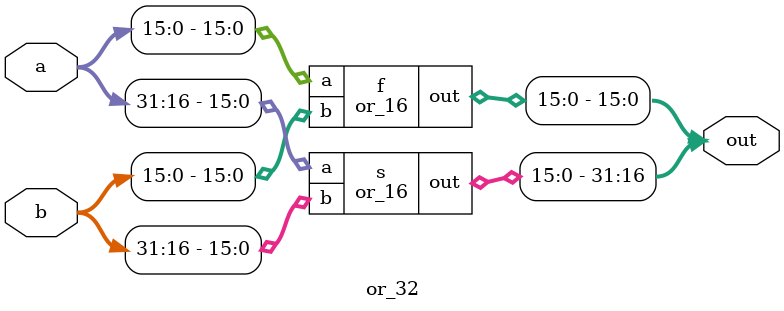
<source format=v>
module or_2(out, a, b);
input [1:0] a, b;
output [1:0] out;

or f(out[0], a[0], b[0]),
    s(out[1], a[1], b[1]);
endmodule

module or_4(out, a, b);
input [3:0] a, b;
output [3:0] out;

or_2 f(out[1:0], a[1:0], b[1:0]),
          s(out[3:2], a[3:2], b[3:2]);
endmodule

module or_8(out, a, b);
input [7:0] a, b;
output [7:0] out;

or_4 f(out[3:0], a[3:0], b[3:0]),
          s(out[7:4], a[7:4], b[7:4]);
endmodule

module or_16(out, a, b);
input [15:0] a, b;
output [15:0] out;

or_8 f(out[7:0], a[7:0], b[7:0]),
          s(out[15:8], a[15:8], b[15:8]);
endmodule

module or_32(out, a, b);
input [31:0] a, b;
output [31:0] out;

or_16 f(out[15:0], a[15:0], b[15:0]),
          s(out[31:16], a[31:16], b[31:16]);
endmodule




</source>
